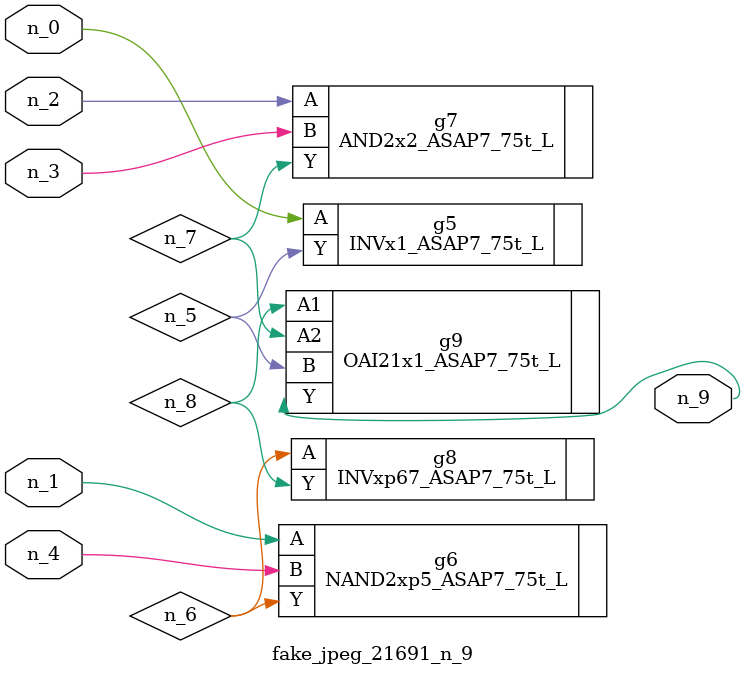
<source format=v>
module fake_jpeg_21691_n_9 (n_3, n_2, n_1, n_0, n_4, n_9);

input n_3;
input n_2;
input n_1;
input n_0;
input n_4;

output n_9;

wire n_8;
wire n_6;
wire n_5;
wire n_7;

INVx1_ASAP7_75t_L g5 ( 
.A(n_0),
.Y(n_5)
);

NAND2xp5_ASAP7_75t_L g6 ( 
.A(n_1),
.B(n_4),
.Y(n_6)
);

AND2x2_ASAP7_75t_L g7 ( 
.A(n_2),
.B(n_3),
.Y(n_7)
);

INVxp67_ASAP7_75t_L g8 ( 
.A(n_6),
.Y(n_8)
);

OAI21x1_ASAP7_75t_L g9 ( 
.A1(n_8),
.A2(n_7),
.B(n_5),
.Y(n_9)
);


endmodule
</source>
